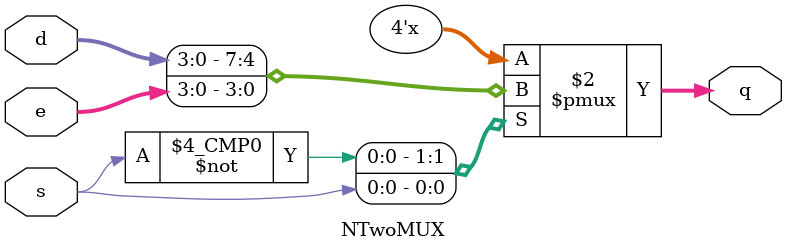
<source format=sv>
module NTwoMUX #(parameter N = 4)
					 (input logic s,
					 input logic[N-1:0] d, e,
                output logic[N-1:0] q);
always_comb
  case(s)
    //                                           
    0:       q = d;
    1:       q = e;
    default: q = d;
  endcase
  
endmodule

</source>
